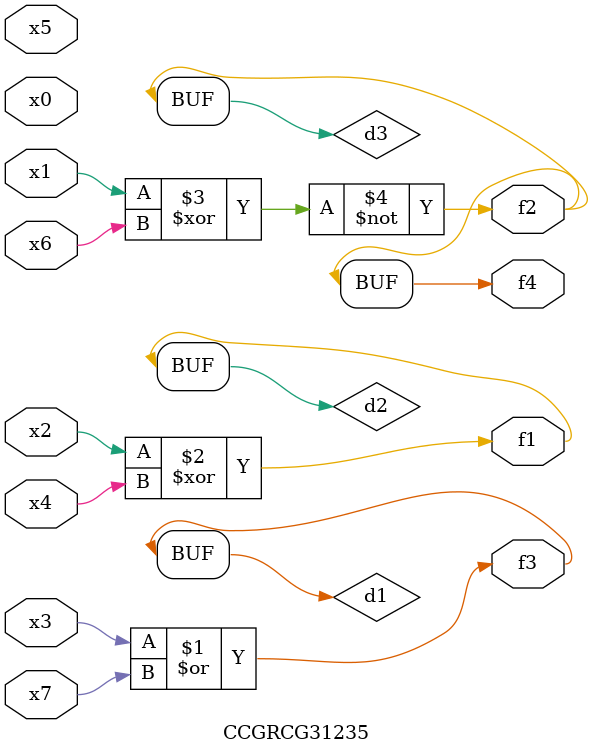
<source format=v>
module CCGRCG31235(
	input x0, x1, x2, x3, x4, x5, x6, x7,
	output f1, f2, f3, f4
);

	wire d1, d2, d3;

	or (d1, x3, x7);
	xor (d2, x2, x4);
	xnor (d3, x1, x6);
	assign f1 = d2;
	assign f2 = d3;
	assign f3 = d1;
	assign f4 = d3;
endmodule

</source>
